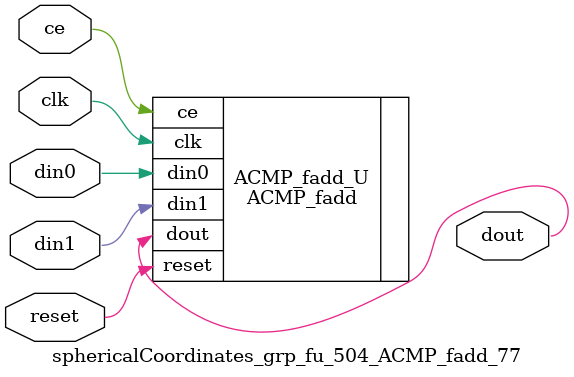
<source format=v>

`timescale 1 ns / 1 ps
module sphericalCoordinates_grp_fu_504_ACMP_fadd_77(
    clk,
    reset,
    ce,
    din0,
    din1,
    dout);

parameter ID = 32'd1;
parameter NUM_STAGE = 32'd1;
parameter din0_WIDTH = 32'd1;
parameter din1_WIDTH = 32'd1;
parameter dout_WIDTH = 32'd1;
input clk;
input reset;
input ce;
input[din0_WIDTH - 1:0] din0;
input[din1_WIDTH - 1:0] din1;
output[dout_WIDTH - 1:0] dout;



ACMP_fadd #(
.ID( ID ),
.NUM_STAGE( 4 ),
.din0_WIDTH( din0_WIDTH ),
.din1_WIDTH( din1_WIDTH ),
.dout_WIDTH( dout_WIDTH ))
ACMP_fadd_U(
    .clk( clk ),
    .reset( reset ),
    .ce( ce ),
    .din0( din0 ),
    .din1( din1 ),
    .dout( dout ));

endmodule

</source>
